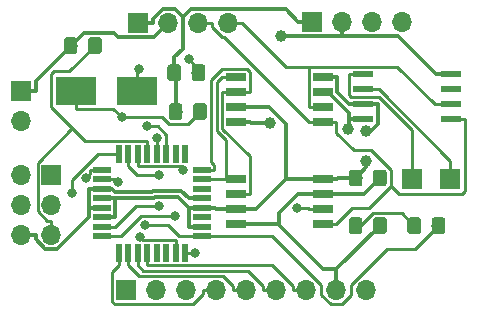
<source format=gbr>
G04 #@! TF.GenerationSoftware,KiCad,Pcbnew,(5.1.4)-1*
G04 #@! TF.CreationDate,2019-10-17T13:45:54+02:00*
G04 #@! TF.ProjectId,Project3_ArduinoClone,50726f6a-6563-4743-935f-41726475696e,v1*
G04 #@! TF.SameCoordinates,Original*
G04 #@! TF.FileFunction,Copper,L1,Top*
G04 #@! TF.FilePolarity,Positive*
%FSLAX46Y46*%
G04 Gerber Fmt 4.6, Leading zero omitted, Abs format (unit mm)*
G04 Created by KiCad (PCBNEW (5.1.4)-1) date 2019-10-17 13:45:54*
%MOMM*%
%LPD*%
G04 APERTURE LIST*
%ADD10R,1.700000X1.700000*%
%ADD11O,1.700000X1.700000*%
%ADD12C,0.100000*%
%ADD13C,1.150000*%
%ADD14R,1.700000X0.650000*%
%ADD15R,1.750000X0.550000*%
%ADD16R,1.750000X1.800000*%
%ADD17R,3.500000X2.400000*%
%ADD18R,0.550000X1.500000*%
%ADD19R,1.500000X0.550000*%
%ADD20C,1.000000*%
%ADD21C,0.800000*%
%ADD22C,0.300000*%
%ADD23C,0.250000*%
G04 APERTURE END LIST*
D10*
X79502000Y-127762000D03*
D11*
X79502000Y-130302000D03*
D12*
G36*
X92914505Y-128841204D02*
G01*
X92938773Y-128844804D01*
X92962572Y-128850765D01*
X92985671Y-128859030D01*
X93007850Y-128869520D01*
X93028893Y-128882132D01*
X93048599Y-128896747D01*
X93066777Y-128913223D01*
X93083253Y-128931401D01*
X93097868Y-128951107D01*
X93110480Y-128972150D01*
X93120970Y-128994329D01*
X93129235Y-129017428D01*
X93135196Y-129041227D01*
X93138796Y-129065495D01*
X93140000Y-129089999D01*
X93140000Y-129990001D01*
X93138796Y-130014505D01*
X93135196Y-130038773D01*
X93129235Y-130062572D01*
X93120970Y-130085671D01*
X93110480Y-130107850D01*
X93097868Y-130128893D01*
X93083253Y-130148599D01*
X93066777Y-130166777D01*
X93048599Y-130183253D01*
X93028893Y-130197868D01*
X93007850Y-130210480D01*
X92985671Y-130220970D01*
X92962572Y-130229235D01*
X92938773Y-130235196D01*
X92914505Y-130238796D01*
X92890001Y-130240000D01*
X92239999Y-130240000D01*
X92215495Y-130238796D01*
X92191227Y-130235196D01*
X92167428Y-130229235D01*
X92144329Y-130220970D01*
X92122150Y-130210480D01*
X92101107Y-130197868D01*
X92081401Y-130183253D01*
X92063223Y-130166777D01*
X92046747Y-130148599D01*
X92032132Y-130128893D01*
X92019520Y-130107850D01*
X92009030Y-130085671D01*
X92000765Y-130062572D01*
X91994804Y-130038773D01*
X91991204Y-130014505D01*
X91990000Y-129990001D01*
X91990000Y-129089999D01*
X91991204Y-129065495D01*
X91994804Y-129041227D01*
X92000765Y-129017428D01*
X92009030Y-128994329D01*
X92019520Y-128972150D01*
X92032132Y-128951107D01*
X92046747Y-128931401D01*
X92063223Y-128913223D01*
X92081401Y-128896747D01*
X92101107Y-128882132D01*
X92122150Y-128869520D01*
X92144329Y-128859030D01*
X92167428Y-128850765D01*
X92191227Y-128844804D01*
X92215495Y-128841204D01*
X92239999Y-128840000D01*
X92890001Y-128840000D01*
X92914505Y-128841204D01*
X92914505Y-128841204D01*
G37*
D13*
X92565000Y-129540000D03*
D12*
G36*
X94964505Y-128841204D02*
G01*
X94988773Y-128844804D01*
X95012572Y-128850765D01*
X95035671Y-128859030D01*
X95057850Y-128869520D01*
X95078893Y-128882132D01*
X95098599Y-128896747D01*
X95116777Y-128913223D01*
X95133253Y-128931401D01*
X95147868Y-128951107D01*
X95160480Y-128972150D01*
X95170970Y-128994329D01*
X95179235Y-129017428D01*
X95185196Y-129041227D01*
X95188796Y-129065495D01*
X95190000Y-129089999D01*
X95190000Y-129990001D01*
X95188796Y-130014505D01*
X95185196Y-130038773D01*
X95179235Y-130062572D01*
X95170970Y-130085671D01*
X95160480Y-130107850D01*
X95147868Y-130128893D01*
X95133253Y-130148599D01*
X95116777Y-130166777D01*
X95098599Y-130183253D01*
X95078893Y-130197868D01*
X95057850Y-130210480D01*
X95035671Y-130220970D01*
X95012572Y-130229235D01*
X94988773Y-130235196D01*
X94964505Y-130238796D01*
X94940001Y-130240000D01*
X94289999Y-130240000D01*
X94265495Y-130238796D01*
X94241227Y-130235196D01*
X94217428Y-130229235D01*
X94194329Y-130220970D01*
X94172150Y-130210480D01*
X94151107Y-130197868D01*
X94131401Y-130183253D01*
X94113223Y-130166777D01*
X94096747Y-130148599D01*
X94082132Y-130128893D01*
X94069520Y-130107850D01*
X94059030Y-130085671D01*
X94050765Y-130062572D01*
X94044804Y-130038773D01*
X94041204Y-130014505D01*
X94040000Y-129990001D01*
X94040000Y-129089999D01*
X94041204Y-129065495D01*
X94044804Y-129041227D01*
X94050765Y-129017428D01*
X94059030Y-128994329D01*
X94069520Y-128972150D01*
X94082132Y-128951107D01*
X94096747Y-128931401D01*
X94113223Y-128913223D01*
X94131401Y-128896747D01*
X94151107Y-128882132D01*
X94172150Y-128869520D01*
X94194329Y-128859030D01*
X94217428Y-128850765D01*
X94241227Y-128844804D01*
X94265495Y-128841204D01*
X94289999Y-128840000D01*
X94940001Y-128840000D01*
X94964505Y-128841204D01*
X94964505Y-128841204D01*
G37*
D13*
X94615000Y-129540000D03*
D12*
G36*
X94837505Y-125539204D02*
G01*
X94861773Y-125542804D01*
X94885572Y-125548765D01*
X94908671Y-125557030D01*
X94930850Y-125567520D01*
X94951893Y-125580132D01*
X94971599Y-125594747D01*
X94989777Y-125611223D01*
X95006253Y-125629401D01*
X95020868Y-125649107D01*
X95033480Y-125670150D01*
X95043970Y-125692329D01*
X95052235Y-125715428D01*
X95058196Y-125739227D01*
X95061796Y-125763495D01*
X95063000Y-125787999D01*
X95063000Y-126688001D01*
X95061796Y-126712505D01*
X95058196Y-126736773D01*
X95052235Y-126760572D01*
X95043970Y-126783671D01*
X95033480Y-126805850D01*
X95020868Y-126826893D01*
X95006253Y-126846599D01*
X94989777Y-126864777D01*
X94971599Y-126881253D01*
X94951893Y-126895868D01*
X94930850Y-126908480D01*
X94908671Y-126918970D01*
X94885572Y-126927235D01*
X94861773Y-126933196D01*
X94837505Y-126936796D01*
X94813001Y-126938000D01*
X94162999Y-126938000D01*
X94138495Y-126936796D01*
X94114227Y-126933196D01*
X94090428Y-126927235D01*
X94067329Y-126918970D01*
X94045150Y-126908480D01*
X94024107Y-126895868D01*
X94004401Y-126881253D01*
X93986223Y-126864777D01*
X93969747Y-126846599D01*
X93955132Y-126826893D01*
X93942520Y-126805850D01*
X93932030Y-126783671D01*
X93923765Y-126760572D01*
X93917804Y-126736773D01*
X93914204Y-126712505D01*
X93913000Y-126688001D01*
X93913000Y-125787999D01*
X93914204Y-125763495D01*
X93917804Y-125739227D01*
X93923765Y-125715428D01*
X93932030Y-125692329D01*
X93942520Y-125670150D01*
X93955132Y-125649107D01*
X93969747Y-125629401D01*
X93986223Y-125611223D01*
X94004401Y-125594747D01*
X94024107Y-125580132D01*
X94045150Y-125567520D01*
X94067329Y-125557030D01*
X94090428Y-125548765D01*
X94114227Y-125542804D01*
X94138495Y-125539204D01*
X94162999Y-125538000D01*
X94813001Y-125538000D01*
X94837505Y-125539204D01*
X94837505Y-125539204D01*
G37*
D13*
X94488000Y-126238000D03*
D12*
G36*
X92787505Y-125539204D02*
G01*
X92811773Y-125542804D01*
X92835572Y-125548765D01*
X92858671Y-125557030D01*
X92880850Y-125567520D01*
X92901893Y-125580132D01*
X92921599Y-125594747D01*
X92939777Y-125611223D01*
X92956253Y-125629401D01*
X92970868Y-125649107D01*
X92983480Y-125670150D01*
X92993970Y-125692329D01*
X93002235Y-125715428D01*
X93008196Y-125739227D01*
X93011796Y-125763495D01*
X93013000Y-125787999D01*
X93013000Y-126688001D01*
X93011796Y-126712505D01*
X93008196Y-126736773D01*
X93002235Y-126760572D01*
X92993970Y-126783671D01*
X92983480Y-126805850D01*
X92970868Y-126826893D01*
X92956253Y-126846599D01*
X92939777Y-126864777D01*
X92921599Y-126881253D01*
X92901893Y-126895868D01*
X92880850Y-126908480D01*
X92858671Y-126918970D01*
X92835572Y-126927235D01*
X92811773Y-126933196D01*
X92787505Y-126936796D01*
X92763001Y-126938000D01*
X92112999Y-126938000D01*
X92088495Y-126936796D01*
X92064227Y-126933196D01*
X92040428Y-126927235D01*
X92017329Y-126918970D01*
X91995150Y-126908480D01*
X91974107Y-126895868D01*
X91954401Y-126881253D01*
X91936223Y-126864777D01*
X91919747Y-126846599D01*
X91905132Y-126826893D01*
X91892520Y-126805850D01*
X91882030Y-126783671D01*
X91873765Y-126760572D01*
X91867804Y-126736773D01*
X91864204Y-126712505D01*
X91863000Y-126688001D01*
X91863000Y-125787999D01*
X91864204Y-125763495D01*
X91867804Y-125739227D01*
X91873765Y-125715428D01*
X91882030Y-125692329D01*
X91892520Y-125670150D01*
X91905132Y-125649107D01*
X91919747Y-125629401D01*
X91936223Y-125611223D01*
X91954401Y-125594747D01*
X91974107Y-125580132D01*
X91995150Y-125567520D01*
X92017329Y-125557030D01*
X92040428Y-125548765D01*
X92064227Y-125542804D01*
X92088495Y-125539204D01*
X92112999Y-125538000D01*
X92763001Y-125538000D01*
X92787505Y-125539204D01*
X92787505Y-125539204D01*
G37*
D13*
X92438000Y-126238000D03*
D12*
G36*
X108154505Y-134461204D02*
G01*
X108178773Y-134464804D01*
X108202572Y-134470765D01*
X108225671Y-134479030D01*
X108247850Y-134489520D01*
X108268893Y-134502132D01*
X108288599Y-134516747D01*
X108306777Y-134533223D01*
X108323253Y-134551401D01*
X108337868Y-134571107D01*
X108350480Y-134592150D01*
X108360970Y-134614329D01*
X108369235Y-134637428D01*
X108375196Y-134661227D01*
X108378796Y-134685495D01*
X108380000Y-134709999D01*
X108380000Y-135610001D01*
X108378796Y-135634505D01*
X108375196Y-135658773D01*
X108369235Y-135682572D01*
X108360970Y-135705671D01*
X108350480Y-135727850D01*
X108337868Y-135748893D01*
X108323253Y-135768599D01*
X108306777Y-135786777D01*
X108288599Y-135803253D01*
X108268893Y-135817868D01*
X108247850Y-135830480D01*
X108225671Y-135840970D01*
X108202572Y-135849235D01*
X108178773Y-135855196D01*
X108154505Y-135858796D01*
X108130001Y-135860000D01*
X107479999Y-135860000D01*
X107455495Y-135858796D01*
X107431227Y-135855196D01*
X107407428Y-135849235D01*
X107384329Y-135840970D01*
X107362150Y-135830480D01*
X107341107Y-135817868D01*
X107321401Y-135803253D01*
X107303223Y-135786777D01*
X107286747Y-135768599D01*
X107272132Y-135748893D01*
X107259520Y-135727850D01*
X107249030Y-135705671D01*
X107240765Y-135682572D01*
X107234804Y-135658773D01*
X107231204Y-135634505D01*
X107230000Y-135610001D01*
X107230000Y-134709999D01*
X107231204Y-134685495D01*
X107234804Y-134661227D01*
X107240765Y-134637428D01*
X107249030Y-134614329D01*
X107259520Y-134592150D01*
X107272132Y-134571107D01*
X107286747Y-134551401D01*
X107303223Y-134533223D01*
X107321401Y-134516747D01*
X107341107Y-134502132D01*
X107362150Y-134489520D01*
X107384329Y-134479030D01*
X107407428Y-134470765D01*
X107431227Y-134464804D01*
X107455495Y-134461204D01*
X107479999Y-134460000D01*
X108130001Y-134460000D01*
X108154505Y-134461204D01*
X108154505Y-134461204D01*
G37*
D13*
X107805000Y-135160000D03*
D12*
G36*
X110204505Y-134461204D02*
G01*
X110228773Y-134464804D01*
X110252572Y-134470765D01*
X110275671Y-134479030D01*
X110297850Y-134489520D01*
X110318893Y-134502132D01*
X110338599Y-134516747D01*
X110356777Y-134533223D01*
X110373253Y-134551401D01*
X110387868Y-134571107D01*
X110400480Y-134592150D01*
X110410970Y-134614329D01*
X110419235Y-134637428D01*
X110425196Y-134661227D01*
X110428796Y-134685495D01*
X110430000Y-134709999D01*
X110430000Y-135610001D01*
X110428796Y-135634505D01*
X110425196Y-135658773D01*
X110419235Y-135682572D01*
X110410970Y-135705671D01*
X110400480Y-135727850D01*
X110387868Y-135748893D01*
X110373253Y-135768599D01*
X110356777Y-135786777D01*
X110338599Y-135803253D01*
X110318893Y-135817868D01*
X110297850Y-135830480D01*
X110275671Y-135840970D01*
X110252572Y-135849235D01*
X110228773Y-135855196D01*
X110204505Y-135858796D01*
X110180001Y-135860000D01*
X109529999Y-135860000D01*
X109505495Y-135858796D01*
X109481227Y-135855196D01*
X109457428Y-135849235D01*
X109434329Y-135840970D01*
X109412150Y-135830480D01*
X109391107Y-135817868D01*
X109371401Y-135803253D01*
X109353223Y-135786777D01*
X109336747Y-135768599D01*
X109322132Y-135748893D01*
X109309520Y-135727850D01*
X109299030Y-135705671D01*
X109290765Y-135682572D01*
X109284804Y-135658773D01*
X109281204Y-135634505D01*
X109280000Y-135610001D01*
X109280000Y-134709999D01*
X109281204Y-134685495D01*
X109284804Y-134661227D01*
X109290765Y-134637428D01*
X109299030Y-134614329D01*
X109309520Y-134592150D01*
X109322132Y-134571107D01*
X109336747Y-134551401D01*
X109353223Y-134533223D01*
X109371401Y-134516747D01*
X109391107Y-134502132D01*
X109412150Y-134489520D01*
X109434329Y-134479030D01*
X109457428Y-134470765D01*
X109481227Y-134464804D01*
X109505495Y-134461204D01*
X109529999Y-134460000D01*
X110180001Y-134460000D01*
X110204505Y-134461204D01*
X110204505Y-134461204D01*
G37*
D13*
X109855000Y-135160000D03*
D12*
G36*
X113107505Y-138493204D02*
G01*
X113131773Y-138496804D01*
X113155572Y-138502765D01*
X113178671Y-138511030D01*
X113200850Y-138521520D01*
X113221893Y-138534132D01*
X113241599Y-138548747D01*
X113259777Y-138565223D01*
X113276253Y-138583401D01*
X113290868Y-138603107D01*
X113303480Y-138624150D01*
X113313970Y-138646329D01*
X113322235Y-138669428D01*
X113328196Y-138693227D01*
X113331796Y-138717495D01*
X113333000Y-138741999D01*
X113333000Y-139642001D01*
X113331796Y-139666505D01*
X113328196Y-139690773D01*
X113322235Y-139714572D01*
X113313970Y-139737671D01*
X113303480Y-139759850D01*
X113290868Y-139780893D01*
X113276253Y-139800599D01*
X113259777Y-139818777D01*
X113241599Y-139835253D01*
X113221893Y-139849868D01*
X113200850Y-139862480D01*
X113178671Y-139872970D01*
X113155572Y-139881235D01*
X113131773Y-139887196D01*
X113107505Y-139890796D01*
X113083001Y-139892000D01*
X112432999Y-139892000D01*
X112408495Y-139890796D01*
X112384227Y-139887196D01*
X112360428Y-139881235D01*
X112337329Y-139872970D01*
X112315150Y-139862480D01*
X112294107Y-139849868D01*
X112274401Y-139835253D01*
X112256223Y-139818777D01*
X112239747Y-139800599D01*
X112225132Y-139780893D01*
X112212520Y-139759850D01*
X112202030Y-139737671D01*
X112193765Y-139714572D01*
X112187804Y-139690773D01*
X112184204Y-139666505D01*
X112183000Y-139642001D01*
X112183000Y-138741999D01*
X112184204Y-138717495D01*
X112187804Y-138693227D01*
X112193765Y-138669428D01*
X112202030Y-138646329D01*
X112212520Y-138624150D01*
X112225132Y-138603107D01*
X112239747Y-138583401D01*
X112256223Y-138565223D01*
X112274401Y-138548747D01*
X112294107Y-138534132D01*
X112315150Y-138521520D01*
X112337329Y-138511030D01*
X112360428Y-138502765D01*
X112384227Y-138496804D01*
X112408495Y-138493204D01*
X112432999Y-138492000D01*
X113083001Y-138492000D01*
X113107505Y-138493204D01*
X113107505Y-138493204D01*
G37*
D13*
X112758000Y-139192000D03*
D12*
G36*
X115157505Y-138493204D02*
G01*
X115181773Y-138496804D01*
X115205572Y-138502765D01*
X115228671Y-138511030D01*
X115250850Y-138521520D01*
X115271893Y-138534132D01*
X115291599Y-138548747D01*
X115309777Y-138565223D01*
X115326253Y-138583401D01*
X115340868Y-138603107D01*
X115353480Y-138624150D01*
X115363970Y-138646329D01*
X115372235Y-138669428D01*
X115378196Y-138693227D01*
X115381796Y-138717495D01*
X115383000Y-138741999D01*
X115383000Y-139642001D01*
X115381796Y-139666505D01*
X115378196Y-139690773D01*
X115372235Y-139714572D01*
X115363970Y-139737671D01*
X115353480Y-139759850D01*
X115340868Y-139780893D01*
X115326253Y-139800599D01*
X115309777Y-139818777D01*
X115291599Y-139835253D01*
X115271893Y-139849868D01*
X115250850Y-139862480D01*
X115228671Y-139872970D01*
X115205572Y-139881235D01*
X115181773Y-139887196D01*
X115157505Y-139890796D01*
X115133001Y-139892000D01*
X114482999Y-139892000D01*
X114458495Y-139890796D01*
X114434227Y-139887196D01*
X114410428Y-139881235D01*
X114387329Y-139872970D01*
X114365150Y-139862480D01*
X114344107Y-139849868D01*
X114324401Y-139835253D01*
X114306223Y-139818777D01*
X114289747Y-139800599D01*
X114275132Y-139780893D01*
X114262520Y-139759850D01*
X114252030Y-139737671D01*
X114243765Y-139714572D01*
X114237804Y-139690773D01*
X114234204Y-139666505D01*
X114233000Y-139642001D01*
X114233000Y-138741999D01*
X114234204Y-138717495D01*
X114237804Y-138693227D01*
X114243765Y-138669428D01*
X114252030Y-138646329D01*
X114262520Y-138624150D01*
X114275132Y-138603107D01*
X114289747Y-138583401D01*
X114306223Y-138565223D01*
X114324401Y-138548747D01*
X114344107Y-138534132D01*
X114365150Y-138521520D01*
X114387329Y-138511030D01*
X114410428Y-138502765D01*
X114434227Y-138496804D01*
X114458495Y-138493204D01*
X114482999Y-138492000D01*
X115133001Y-138492000D01*
X115157505Y-138493204D01*
X115157505Y-138493204D01*
G37*
D13*
X114808000Y-139192000D03*
D10*
X104140000Y-121920000D03*
D11*
X106680000Y-121920000D03*
X109220000Y-121920000D03*
X111760000Y-121920000D03*
D10*
X88392000Y-144653000D03*
D11*
X90932000Y-144653000D03*
X93472000Y-144653000D03*
X96012000Y-144653000D03*
X98552000Y-144653000D03*
X101092000Y-144653000D03*
X103632000Y-144653000D03*
X106172000Y-144653000D03*
X108712000Y-144653000D03*
D10*
X82042000Y-134874000D03*
D11*
X79502000Y-134874000D03*
X82042000Y-137414000D03*
X79502000Y-137414000D03*
X82042000Y-139954000D03*
X79502000Y-139954000D03*
X97028000Y-122047000D03*
X94488000Y-122047000D03*
X91948000Y-122047000D03*
D10*
X89408000Y-122047000D03*
D12*
G36*
X108154505Y-138493204D02*
G01*
X108178773Y-138496804D01*
X108202572Y-138502765D01*
X108225671Y-138511030D01*
X108247850Y-138521520D01*
X108268893Y-138534132D01*
X108288599Y-138548747D01*
X108306777Y-138565223D01*
X108323253Y-138583401D01*
X108337868Y-138603107D01*
X108350480Y-138624150D01*
X108360970Y-138646329D01*
X108369235Y-138669428D01*
X108375196Y-138693227D01*
X108378796Y-138717495D01*
X108380000Y-138741999D01*
X108380000Y-139642001D01*
X108378796Y-139666505D01*
X108375196Y-139690773D01*
X108369235Y-139714572D01*
X108360970Y-139737671D01*
X108350480Y-139759850D01*
X108337868Y-139780893D01*
X108323253Y-139800599D01*
X108306777Y-139818777D01*
X108288599Y-139835253D01*
X108268893Y-139849868D01*
X108247850Y-139862480D01*
X108225671Y-139872970D01*
X108202572Y-139881235D01*
X108178773Y-139887196D01*
X108154505Y-139890796D01*
X108130001Y-139892000D01*
X107479999Y-139892000D01*
X107455495Y-139890796D01*
X107431227Y-139887196D01*
X107407428Y-139881235D01*
X107384329Y-139872970D01*
X107362150Y-139862480D01*
X107341107Y-139849868D01*
X107321401Y-139835253D01*
X107303223Y-139818777D01*
X107286747Y-139800599D01*
X107272132Y-139780893D01*
X107259520Y-139759850D01*
X107249030Y-139737671D01*
X107240765Y-139714572D01*
X107234804Y-139690773D01*
X107231204Y-139666505D01*
X107230000Y-139642001D01*
X107230000Y-138741999D01*
X107231204Y-138717495D01*
X107234804Y-138693227D01*
X107240765Y-138669428D01*
X107249030Y-138646329D01*
X107259520Y-138624150D01*
X107272132Y-138603107D01*
X107286747Y-138583401D01*
X107303223Y-138565223D01*
X107321401Y-138548747D01*
X107341107Y-138534132D01*
X107362150Y-138521520D01*
X107384329Y-138511030D01*
X107407428Y-138502765D01*
X107431227Y-138496804D01*
X107455495Y-138493204D01*
X107479999Y-138492000D01*
X108130001Y-138492000D01*
X108154505Y-138493204D01*
X108154505Y-138493204D01*
G37*
D13*
X107805000Y-139192000D03*
D12*
G36*
X110204505Y-138493204D02*
G01*
X110228773Y-138496804D01*
X110252572Y-138502765D01*
X110275671Y-138511030D01*
X110297850Y-138521520D01*
X110318893Y-138534132D01*
X110338599Y-138548747D01*
X110356777Y-138565223D01*
X110373253Y-138583401D01*
X110387868Y-138603107D01*
X110400480Y-138624150D01*
X110410970Y-138646329D01*
X110419235Y-138669428D01*
X110425196Y-138693227D01*
X110428796Y-138717495D01*
X110430000Y-138741999D01*
X110430000Y-139642001D01*
X110428796Y-139666505D01*
X110425196Y-139690773D01*
X110419235Y-139714572D01*
X110410970Y-139737671D01*
X110400480Y-139759850D01*
X110387868Y-139780893D01*
X110373253Y-139800599D01*
X110356777Y-139818777D01*
X110338599Y-139835253D01*
X110318893Y-139849868D01*
X110297850Y-139862480D01*
X110275671Y-139872970D01*
X110252572Y-139881235D01*
X110228773Y-139887196D01*
X110204505Y-139890796D01*
X110180001Y-139892000D01*
X109529999Y-139892000D01*
X109505495Y-139890796D01*
X109481227Y-139887196D01*
X109457428Y-139881235D01*
X109434329Y-139872970D01*
X109412150Y-139862480D01*
X109391107Y-139849868D01*
X109371401Y-139835253D01*
X109353223Y-139818777D01*
X109336747Y-139800599D01*
X109322132Y-139780893D01*
X109309520Y-139759850D01*
X109299030Y-139737671D01*
X109290765Y-139714572D01*
X109284804Y-139690773D01*
X109281204Y-139666505D01*
X109280000Y-139642001D01*
X109280000Y-138741999D01*
X109281204Y-138717495D01*
X109284804Y-138693227D01*
X109290765Y-138669428D01*
X109299030Y-138646329D01*
X109309520Y-138624150D01*
X109322132Y-138603107D01*
X109336747Y-138583401D01*
X109353223Y-138565223D01*
X109371401Y-138548747D01*
X109391107Y-138534132D01*
X109412150Y-138521520D01*
X109434329Y-138511030D01*
X109457428Y-138502765D01*
X109481227Y-138496804D01*
X109505495Y-138493204D01*
X109529999Y-138492000D01*
X110180001Y-138492000D01*
X110204505Y-138493204D01*
X110204505Y-138493204D01*
G37*
D13*
X109855000Y-139192000D03*
D12*
G36*
X86074505Y-123253204D02*
G01*
X86098773Y-123256804D01*
X86122572Y-123262765D01*
X86145671Y-123271030D01*
X86167850Y-123281520D01*
X86188893Y-123294132D01*
X86208599Y-123308747D01*
X86226777Y-123325223D01*
X86243253Y-123343401D01*
X86257868Y-123363107D01*
X86270480Y-123384150D01*
X86280970Y-123406329D01*
X86289235Y-123429428D01*
X86295196Y-123453227D01*
X86298796Y-123477495D01*
X86300000Y-123501999D01*
X86300000Y-124402001D01*
X86298796Y-124426505D01*
X86295196Y-124450773D01*
X86289235Y-124474572D01*
X86280970Y-124497671D01*
X86270480Y-124519850D01*
X86257868Y-124540893D01*
X86243253Y-124560599D01*
X86226777Y-124578777D01*
X86208599Y-124595253D01*
X86188893Y-124609868D01*
X86167850Y-124622480D01*
X86145671Y-124632970D01*
X86122572Y-124641235D01*
X86098773Y-124647196D01*
X86074505Y-124650796D01*
X86050001Y-124652000D01*
X85399999Y-124652000D01*
X85375495Y-124650796D01*
X85351227Y-124647196D01*
X85327428Y-124641235D01*
X85304329Y-124632970D01*
X85282150Y-124622480D01*
X85261107Y-124609868D01*
X85241401Y-124595253D01*
X85223223Y-124578777D01*
X85206747Y-124560599D01*
X85192132Y-124540893D01*
X85179520Y-124519850D01*
X85169030Y-124497671D01*
X85160765Y-124474572D01*
X85154804Y-124450773D01*
X85151204Y-124426505D01*
X85150000Y-124402001D01*
X85150000Y-123501999D01*
X85151204Y-123477495D01*
X85154804Y-123453227D01*
X85160765Y-123429428D01*
X85169030Y-123406329D01*
X85179520Y-123384150D01*
X85192132Y-123363107D01*
X85206747Y-123343401D01*
X85223223Y-123325223D01*
X85241401Y-123308747D01*
X85261107Y-123294132D01*
X85282150Y-123281520D01*
X85304329Y-123271030D01*
X85327428Y-123262765D01*
X85351227Y-123256804D01*
X85375495Y-123253204D01*
X85399999Y-123252000D01*
X86050001Y-123252000D01*
X86074505Y-123253204D01*
X86074505Y-123253204D01*
G37*
D13*
X85725000Y-123952000D03*
D12*
G36*
X84024505Y-123253204D02*
G01*
X84048773Y-123256804D01*
X84072572Y-123262765D01*
X84095671Y-123271030D01*
X84117850Y-123281520D01*
X84138893Y-123294132D01*
X84158599Y-123308747D01*
X84176777Y-123325223D01*
X84193253Y-123343401D01*
X84207868Y-123363107D01*
X84220480Y-123384150D01*
X84230970Y-123406329D01*
X84239235Y-123429428D01*
X84245196Y-123453227D01*
X84248796Y-123477495D01*
X84250000Y-123501999D01*
X84250000Y-124402001D01*
X84248796Y-124426505D01*
X84245196Y-124450773D01*
X84239235Y-124474572D01*
X84230970Y-124497671D01*
X84220480Y-124519850D01*
X84207868Y-124540893D01*
X84193253Y-124560599D01*
X84176777Y-124578777D01*
X84158599Y-124595253D01*
X84138893Y-124609868D01*
X84117850Y-124622480D01*
X84095671Y-124632970D01*
X84072572Y-124641235D01*
X84048773Y-124647196D01*
X84024505Y-124650796D01*
X84000001Y-124652000D01*
X83349999Y-124652000D01*
X83325495Y-124650796D01*
X83301227Y-124647196D01*
X83277428Y-124641235D01*
X83254329Y-124632970D01*
X83232150Y-124622480D01*
X83211107Y-124609868D01*
X83191401Y-124595253D01*
X83173223Y-124578777D01*
X83156747Y-124560599D01*
X83142132Y-124540893D01*
X83129520Y-124519850D01*
X83119030Y-124497671D01*
X83110765Y-124474572D01*
X83104804Y-124450773D01*
X83101204Y-124426505D01*
X83100000Y-124402001D01*
X83100000Y-123501999D01*
X83101204Y-123477495D01*
X83104804Y-123453227D01*
X83110765Y-123429428D01*
X83119030Y-123406329D01*
X83129520Y-123384150D01*
X83142132Y-123363107D01*
X83156747Y-123343401D01*
X83173223Y-123325223D01*
X83191401Y-123308747D01*
X83211107Y-123294132D01*
X83232150Y-123281520D01*
X83254329Y-123271030D01*
X83277428Y-123262765D01*
X83301227Y-123256804D01*
X83325495Y-123253204D01*
X83349999Y-123252000D01*
X84000001Y-123252000D01*
X84024505Y-123253204D01*
X84024505Y-123253204D01*
G37*
D13*
X83675000Y-123952000D03*
D14*
X97696000Y-126619000D03*
X97696000Y-127889000D03*
X97696000Y-129159000D03*
X97696000Y-130429000D03*
X104996000Y-130429000D03*
X104996000Y-129159000D03*
X104996000Y-127889000D03*
X104996000Y-126619000D03*
X104996000Y-135255000D03*
X104996000Y-136525000D03*
X104996000Y-137795000D03*
X104996000Y-139065000D03*
X97696000Y-139065000D03*
X97696000Y-137795000D03*
X97696000Y-136525000D03*
X97696000Y-135255000D03*
D15*
X108441000Y-126365000D03*
X108441000Y-127635000D03*
X108441000Y-128905000D03*
X108441000Y-130175000D03*
X115841000Y-130175000D03*
X115841000Y-128905000D03*
X115841000Y-127635000D03*
X115841000Y-126365000D03*
D16*
X112574000Y-135255000D03*
X115824000Y-135255000D03*
D17*
X84081000Y-127762000D03*
X89281000Y-127762000D03*
D18*
X87751000Y-141487000D03*
D19*
X86351000Y-134487000D03*
X86351000Y-135287000D03*
X86351000Y-136087000D03*
X86351000Y-136887000D03*
X86351000Y-137687000D03*
X86351000Y-138487000D03*
X86351000Y-139287000D03*
X86351000Y-140087000D03*
D18*
X88551000Y-141487000D03*
X89351000Y-141487000D03*
X90151000Y-141487000D03*
X90951000Y-141487000D03*
X91751000Y-141487000D03*
X92551000Y-141487000D03*
X93351000Y-141487000D03*
D19*
X94751000Y-140087000D03*
X94751000Y-139287000D03*
X94751000Y-138487000D03*
X94751000Y-137687000D03*
X94751000Y-136887000D03*
X94751000Y-136087000D03*
X94751000Y-135287000D03*
X94751000Y-134487000D03*
D18*
X93351000Y-133087000D03*
X92551000Y-133087000D03*
X91751000Y-133087000D03*
X90951000Y-133087000D03*
X90151000Y-133087000D03*
X89351000Y-133087000D03*
X88551000Y-133087000D03*
X87751000Y-133087000D03*
D20*
X108712000Y-133704000D03*
X108712000Y-131206000D03*
X101444800Y-123120300D03*
X107126800Y-131025300D03*
X100514200Y-130487600D03*
D21*
X88013900Y-130033300D03*
X91149500Y-137532600D03*
X92500600Y-138384700D03*
X93658100Y-125086100D03*
X89420400Y-125938600D03*
X89959100Y-139163300D03*
X93213000Y-134478400D03*
X91121800Y-134901200D03*
X83771800Y-136428100D03*
X84963600Y-135129300D03*
X87702200Y-135540400D03*
X94240100Y-141487000D03*
X89510600Y-140136400D03*
X90951000Y-131734700D03*
X102806800Y-137732100D03*
X90145800Y-130791800D03*
D22*
X79502000Y-127762000D02*
X80702300Y-127762000D01*
X83675000Y-123952000D02*
X80702300Y-126924700D01*
X80702300Y-126924700D02*
X80702300Y-127762000D01*
X91948000Y-122047000D02*
X90747600Y-123247400D01*
X90747600Y-123247400D02*
X87690300Y-123247400D01*
X87690300Y-123247400D02*
X87301300Y-122858400D01*
X87301300Y-122858400D02*
X84768600Y-122858400D01*
X84768600Y-122858400D02*
X83675000Y-123952000D01*
X107805000Y-135160000D02*
X108712000Y-134253000D01*
X108712000Y-134253000D02*
X108712000Y-133704000D01*
X106196300Y-135255000D02*
X106291300Y-135160000D01*
X106291300Y-135160000D02*
X107805000Y-135160000D01*
X109666300Y-128905000D02*
X109666300Y-130601600D01*
X109666300Y-130601600D02*
X109061900Y-131206000D01*
X109061900Y-131206000D02*
X108712000Y-131206000D01*
X101899200Y-135255000D02*
X101899200Y-130608200D01*
X101899200Y-130608200D02*
X100450000Y-129159000D01*
X100450000Y-129159000D02*
X97696000Y-129159000D01*
X108441000Y-128905000D02*
X109666300Y-128905000D01*
X104996000Y-135255000D02*
X106196300Y-135255000D01*
X101899200Y-135255000D02*
X104996000Y-135255000D01*
X93650700Y-137687000D02*
X92746000Y-136782300D01*
X92746000Y-136782300D02*
X90838800Y-136782300D01*
X90838800Y-136782300D02*
X90734100Y-136887000D01*
X90734100Y-136887000D02*
X87451300Y-136887000D01*
X97696000Y-137795000D02*
X99359200Y-137795000D01*
X99359200Y-137795000D02*
X101899200Y-135255000D01*
X95851300Y-137687000D02*
X95959300Y-137795000D01*
X95959300Y-137795000D02*
X97696000Y-137795000D01*
X87451300Y-138487000D02*
X87451300Y-136887000D01*
X106680000Y-123120300D02*
X106680000Y-123120400D01*
X106680000Y-123120400D02*
X111371100Y-123120400D01*
X111371100Y-123120400D02*
X114615700Y-126365000D01*
X106680000Y-121920000D02*
X106680000Y-123120300D01*
X106680000Y-123120300D02*
X101444800Y-123120300D01*
X115841000Y-126365000D02*
X114615700Y-126365000D01*
X86351000Y-136887000D02*
X87451300Y-136887000D01*
X86351000Y-138487000D02*
X87451300Y-138487000D01*
X93650700Y-137687000D02*
X93650700Y-139287000D01*
X107215700Y-128905000D02*
X106196300Y-127885600D01*
X106196300Y-127885600D02*
X106196300Y-126619000D01*
X104996000Y-126619000D02*
X106196300Y-126619000D01*
X108441000Y-128905000D02*
X107215700Y-128905000D01*
X94751000Y-137687000D02*
X95851300Y-137687000D01*
X94751000Y-139287000D02*
X93650700Y-139287000D01*
X94751000Y-137687000D02*
X93650700Y-137687000D01*
X104996000Y-136525000D02*
X108490000Y-136525000D01*
X108490000Y-136525000D02*
X109855000Y-135160000D01*
X101346100Y-139065000D02*
X101346100Y-138120600D01*
X101346100Y-138120600D02*
X102941700Y-136525000D01*
X102941700Y-136525000D02*
X104996000Y-136525000D01*
X107126800Y-131025300D02*
X107215700Y-130936400D01*
X107215700Y-130936400D02*
X107215700Y-130175000D01*
X108441000Y-130175000D02*
X107215700Y-130175000D01*
X107215700Y-130175000D02*
X107215700Y-129631100D01*
X107215700Y-129631100D02*
X105473600Y-127889000D01*
X105473600Y-127889000D02*
X104996000Y-127889000D01*
X79502000Y-139954000D02*
X80702300Y-139954000D01*
X85250700Y-137687000D02*
X85250700Y-138447400D01*
X85250700Y-138447400D02*
X82533200Y-141164900D01*
X82533200Y-141164900D02*
X81540100Y-141164900D01*
X81540100Y-141164900D02*
X80702300Y-140327100D01*
X80702300Y-140327100D02*
X80702300Y-139954000D01*
X85250700Y-136087000D02*
X85250700Y-137687000D01*
X93650700Y-136887000D02*
X93045700Y-136282000D01*
X93045700Y-136282000D02*
X90631600Y-136282000D01*
X90631600Y-136282000D02*
X90586700Y-136326900D01*
X90586700Y-136326900D02*
X87427700Y-136326900D01*
X87427700Y-136326900D02*
X87187800Y-136087000D01*
X87187800Y-136087000D02*
X86351000Y-136087000D01*
X93157900Y-121517900D02*
X93157900Y-124207300D01*
X93157900Y-124207300D02*
X92438000Y-124927200D01*
X92438000Y-124927200D02*
X92438000Y-126238000D01*
X90608300Y-122047000D02*
X90608300Y-121671900D01*
X90608300Y-121671900D02*
X91456700Y-120823500D01*
X91456700Y-120823500D02*
X92463500Y-120823500D01*
X92463500Y-120823500D02*
X93157900Y-121517900D01*
X102939700Y-121920000D02*
X101866300Y-120846600D01*
X101866300Y-120846600D02*
X93829200Y-120846600D01*
X93829200Y-120846600D02*
X93157900Y-121517900D01*
X104140000Y-121920000D02*
X102939700Y-121920000D01*
X89408000Y-122047000D02*
X90608300Y-122047000D01*
X101346100Y-139065000D02*
X101346100Y-139175700D01*
X101346100Y-139175700D02*
X105045400Y-142875000D01*
X105045400Y-142875000D02*
X106172000Y-142875000D01*
X101346100Y-139065000D02*
X98896300Y-139065000D01*
X106172000Y-142875000D02*
X106172000Y-143452700D01*
X109855000Y-139192000D02*
X106172000Y-142875000D01*
X97696000Y-139065000D02*
X98896300Y-139065000D01*
X97696000Y-130429000D02*
X98896300Y-130429000D01*
X100514200Y-130487600D02*
X98954900Y-130487600D01*
X98954900Y-130487600D02*
X98896300Y-130429000D01*
X106172000Y-144653000D02*
X106172000Y-143452700D01*
X94751000Y-136887000D02*
X93650700Y-136887000D01*
X86351000Y-137687000D02*
X85250700Y-137687000D01*
X86351000Y-136087000D02*
X85250700Y-136087000D01*
X92565000Y-129540000D02*
X92565000Y-126365000D01*
X92565000Y-126365000D02*
X92438000Y-126238000D01*
D23*
X84081000Y-129287300D02*
X87267900Y-129287300D01*
X87267900Y-129287300D02*
X88013900Y-130033300D01*
X88013900Y-130033300D02*
X91419200Y-130033300D01*
X91419200Y-130033300D02*
X91965500Y-130579600D01*
X91965500Y-130579600D02*
X93575400Y-130579600D01*
X93575400Y-130579600D02*
X94615000Y-129540000D01*
X86351000Y-139287000D02*
X87426300Y-139287000D01*
X84081000Y-127762000D02*
X84081000Y-129287300D01*
X87426300Y-139287000D02*
X89180700Y-137532600D01*
X89180700Y-137532600D02*
X91149500Y-137532600D01*
X92500600Y-138384700D02*
X89630200Y-138384700D01*
X89630200Y-138384700D02*
X87927900Y-140087000D01*
X87927900Y-140087000D02*
X86351000Y-140087000D01*
X89281000Y-126236700D02*
X89420400Y-126097300D01*
X89420400Y-126097300D02*
X89420400Y-125938600D01*
X93658100Y-125086100D02*
X94488000Y-125916000D01*
X94488000Y-125916000D02*
X94488000Y-126238000D01*
X89281000Y-127762000D02*
X89281000Y-126236700D01*
X112758000Y-139192000D02*
X111702900Y-138136900D01*
X111702900Y-138136900D02*
X109245300Y-138136900D01*
X109245300Y-138136900D02*
X108190200Y-139192000D01*
X108190200Y-139192000D02*
X107805000Y-139192000D01*
X94751000Y-140087000D02*
X92871500Y-140087000D01*
X92871500Y-140087000D02*
X91947800Y-139163300D01*
X91947800Y-139163300D02*
X89959100Y-139163300D01*
X95288700Y-140087000D02*
X94751000Y-140087000D01*
X95288700Y-140087000D02*
X95826300Y-140087000D01*
X95826300Y-140087000D02*
X100730200Y-140087000D01*
X100730200Y-140087000D02*
X104902000Y-144258800D01*
X104902000Y-144258800D02*
X104902000Y-145045400D01*
X104902000Y-145045400D02*
X105689800Y-145833200D01*
X105689800Y-145833200D02*
X106671100Y-145833200D01*
X106671100Y-145833200D02*
X107442000Y-145062300D01*
X107442000Y-145062300D02*
X107442000Y-144244000D01*
X107442000Y-144244000D02*
X110492300Y-141193700D01*
X110492300Y-141193700D02*
X112806300Y-141193700D01*
X112806300Y-141193700D02*
X114808000Y-139192000D01*
X89351000Y-134162300D02*
X92896900Y-134162300D01*
X92896900Y-134162300D02*
X93213000Y-134478400D01*
X89351000Y-133087000D02*
X89351000Y-134162300D01*
X88551000Y-133087000D02*
X88551000Y-134162300D01*
X88551000Y-134162300D02*
X89289900Y-134901200D01*
X89289900Y-134901200D02*
X91121800Y-134901200D01*
X87751000Y-133087000D02*
X85973200Y-133087000D01*
X85973200Y-133087000D02*
X83771800Y-135288400D01*
X83771800Y-135288400D02*
X83771800Y-136428100D01*
X86351000Y-134487000D02*
X85275700Y-134487000D01*
X85275700Y-134487000D02*
X85275700Y-134817200D01*
X85275700Y-134817200D02*
X84963600Y-135129300D01*
X86351000Y-135287000D02*
X87448800Y-135287000D01*
X87448800Y-135287000D02*
X87702200Y-135540400D01*
X96012000Y-144653000D02*
X94836700Y-144653000D01*
X87751000Y-141487000D02*
X87751000Y-142562300D01*
X87751000Y-142562300D02*
X87205000Y-143108300D01*
X87205000Y-143108300D02*
X87205000Y-145626100D01*
X87205000Y-145626100D02*
X87407200Y-145828300D01*
X87407200Y-145828300D02*
X94028800Y-145828300D01*
X94028800Y-145828300D02*
X94836700Y-145020400D01*
X94836700Y-145020400D02*
X94836700Y-144653000D01*
X98552000Y-144653000D02*
X97376700Y-144653000D01*
X88551000Y-141487000D02*
X88551000Y-142562300D01*
X88551000Y-142562300D02*
X89466400Y-143477700D01*
X89466400Y-143477700D02*
X96568800Y-143477700D01*
X96568800Y-143477700D02*
X97376700Y-144285600D01*
X97376700Y-144285600D02*
X97376700Y-144653000D01*
X99916700Y-144653000D02*
X99916700Y-144285600D01*
X99916700Y-144285600D02*
X98658500Y-143027400D01*
X98658500Y-143027400D02*
X89816100Y-143027400D01*
X89816100Y-143027400D02*
X89351000Y-142562300D01*
X89351000Y-141487000D02*
X89351000Y-142562300D01*
X101092000Y-144653000D02*
X99916700Y-144653000D01*
X102456700Y-144653000D02*
X102456700Y-144285700D01*
X102456700Y-144285700D02*
X100733300Y-142562300D01*
X100733300Y-142562300D02*
X90151000Y-142562300D01*
X103632000Y-144653000D02*
X102456700Y-144653000D01*
X90151000Y-141487000D02*
X90151000Y-142562300D01*
X93351000Y-141487000D02*
X94240100Y-141487000D01*
X92551000Y-140411700D02*
X89785900Y-140411700D01*
X89785900Y-140411700D02*
X89510600Y-140136400D01*
X92551000Y-141487000D02*
X92551000Y-140411700D01*
X83784200Y-130949100D02*
X82005600Y-129170600D01*
X82005600Y-129170600D02*
X82005600Y-126368400D01*
X82005600Y-126368400D02*
X82259700Y-126114300D01*
X82259700Y-126114300D02*
X83562700Y-126114300D01*
X83562700Y-126114300D02*
X85725000Y-123952000D01*
X90151000Y-132011700D02*
X84846700Y-132011700D01*
X84846700Y-132011700D02*
X83784200Y-130949100D01*
X82042000Y-138778700D02*
X81674700Y-138778700D01*
X81674700Y-138778700D02*
X80866600Y-137970600D01*
X80866600Y-137970600D02*
X80866600Y-133866700D01*
X80866600Y-133866700D02*
X83784200Y-130949100D01*
X82042000Y-139954000D02*
X82042000Y-138778700D01*
X90151000Y-133087000D02*
X90151000Y-132011700D01*
X103820700Y-125734800D02*
X101891100Y-125734800D01*
X101891100Y-125734800D02*
X98203300Y-122047000D01*
X115841000Y-128905000D02*
X114483600Y-128905000D01*
X114483600Y-128905000D02*
X111313400Y-125734800D01*
X111313400Y-125734800D02*
X103820700Y-125734800D01*
X103820700Y-129159000D02*
X103820700Y-125734800D01*
X104996000Y-129159000D02*
X103820700Y-129159000D01*
X97028000Y-122047000D02*
X98203300Y-122047000D01*
X90951000Y-132011700D02*
X90951000Y-131734700D01*
X90951000Y-133087000D02*
X90951000Y-132011700D01*
X104996000Y-137795000D02*
X103820700Y-137795000D01*
X102806800Y-137732100D02*
X103757800Y-137732100D01*
X103757800Y-137732100D02*
X103820700Y-137795000D01*
X110792700Y-135876500D02*
X110792700Y-134467800D01*
X110792700Y-134467800D02*
X109141100Y-132816200D01*
X109141100Y-132816200D02*
X107645600Y-132816200D01*
X107645600Y-132816200D02*
X106171300Y-131341900D01*
X106171300Y-131341900D02*
X106171300Y-130429000D01*
X106171300Y-139065000D02*
X107522900Y-137713400D01*
X107522900Y-137713400D02*
X108955800Y-137713400D01*
X108955800Y-137713400D02*
X110792700Y-135876500D01*
X117041300Y-130175000D02*
X117041300Y-136303400D01*
X117041300Y-136303400D02*
X116817800Y-136526900D01*
X116817800Y-136526900D02*
X111443100Y-136526900D01*
X111443100Y-136526900D02*
X110792700Y-135876500D01*
X115841000Y-130175000D02*
X117041300Y-130175000D01*
X104996000Y-130429000D02*
X103820700Y-130429000D01*
X94488000Y-122047000D02*
X95663300Y-122047000D01*
X95663300Y-122047000D02*
X95663300Y-122362600D01*
X95663300Y-122362600D02*
X96523000Y-123222300D01*
X96523000Y-123222300D02*
X96614000Y-123222300D01*
X96614000Y-123222300D02*
X103820700Y-130429000D01*
X104996000Y-130429000D02*
X106171300Y-130429000D01*
X104996000Y-139065000D02*
X106171300Y-139065000D01*
X91751000Y-133087000D02*
X91751000Y-131507900D01*
X91751000Y-131507900D02*
X91034900Y-130791800D01*
X91034900Y-130791800D02*
X90145800Y-130791800D01*
X96520700Y-126619000D02*
X96070400Y-127069300D01*
X96070400Y-127069300D02*
X96070400Y-131162800D01*
X96070400Y-131162800D02*
X96814600Y-131907000D01*
X96814600Y-131907000D02*
X96814600Y-135255000D01*
X97696000Y-126619000D02*
X96520700Y-126619000D01*
X96814600Y-135255000D02*
X96520700Y-135255000D01*
X97696000Y-135255000D02*
X96814600Y-135255000D01*
X94751000Y-135287000D02*
X96488700Y-135287000D01*
X96488700Y-135287000D02*
X96520700Y-135255000D01*
X97696000Y-127889000D02*
X98871300Y-127889000D01*
X94751000Y-134487000D02*
X95826300Y-134487000D01*
X95826300Y-134487000D02*
X95826300Y-134031700D01*
X95826300Y-134031700D02*
X95593800Y-133799200D01*
X95593800Y-133799200D02*
X95593800Y-126842800D01*
X95593800Y-126842800D02*
X96520500Y-125916100D01*
X96520500Y-125916100D02*
X98637000Y-125916100D01*
X98637000Y-125916100D02*
X98871300Y-126150400D01*
X98871300Y-126150400D02*
X98871300Y-127889000D01*
X97696000Y-136525000D02*
X98871300Y-136525000D01*
X97696000Y-127889000D02*
X96520700Y-127889000D01*
X96520700Y-127889000D02*
X96520700Y-130976100D01*
X96520700Y-130976100D02*
X98871300Y-133326700D01*
X98871300Y-133326700D02*
X98871300Y-136525000D01*
X112574000Y-135255000D02*
X112574000Y-131079000D01*
X112574000Y-131079000D02*
X109765000Y-128270000D01*
X109765000Y-128270000D02*
X107406700Y-128270000D01*
X107406700Y-128270000D02*
X107240700Y-128104000D01*
X107240700Y-128104000D02*
X107240700Y-126365000D01*
X108441000Y-126365000D02*
X107240700Y-126365000D01*
X115824000Y-134029700D02*
X115824000Y-133692100D01*
X115824000Y-133692100D02*
X109766900Y-127635000D01*
X109766900Y-127635000D02*
X109641300Y-127635000D01*
X108441000Y-127635000D02*
X109641300Y-127635000D01*
X115824000Y-135255000D02*
X115824000Y-134029700D01*
M02*

</source>
